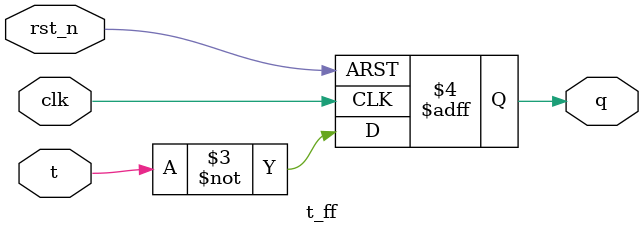
<source format=v>
`timescale 1ns / 1ps

module t_ff(
    output reg q,
    input t,
    input rst_n,
    input clk
    );

    always @(posedge clk or  negedge rst_n)
    begin
        if (!rst_n)
        begin
            q <= 0;
        end
        else
        begin
            q <= ~t;
        end
    end
endmodule
</source>
